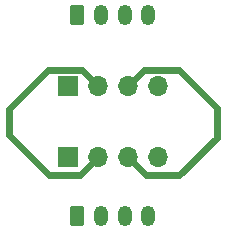
<source format=gbr>
%TF.GenerationSoftware,KiCad,Pcbnew,8.0.3*%
%TF.CreationDate,2024-06-30T10:21:18+01:00*%
%TF.ProjectId,JSTSH4pinBreakout,4a535453-4834-4706-996e-427265616b6f,rev?*%
%TF.SameCoordinates,Original*%
%TF.FileFunction,Copper,L2,Bot*%
%TF.FilePolarity,Positive*%
%FSLAX46Y46*%
G04 Gerber Fmt 4.6, Leading zero omitted, Abs format (unit mm)*
G04 Created by KiCad (PCBNEW 8.0.3) date 2024-06-30 10:21:18*
%MOMM*%
%LPD*%
G01*
G04 APERTURE LIST*
G04 Aperture macros list*
%AMRoundRect*
0 Rectangle with rounded corners*
0 $1 Rounding radius*
0 $2 $3 $4 $5 $6 $7 $8 $9 X,Y pos of 4 corners*
0 Add a 4 corners polygon primitive as box body*
4,1,4,$2,$3,$4,$5,$6,$7,$8,$9,$2,$3,0*
0 Add four circle primitives for the rounded corners*
1,1,$1+$1,$2,$3*
1,1,$1+$1,$4,$5*
1,1,$1+$1,$6,$7*
1,1,$1+$1,$8,$9*
0 Add four rect primitives between the rounded corners*
20,1,$1+$1,$2,$3,$4,$5,0*
20,1,$1+$1,$4,$5,$6,$7,0*
20,1,$1+$1,$6,$7,$8,$9,0*
20,1,$1+$1,$8,$9,$2,$3,0*%
G04 Aperture macros list end*
%TA.AperFunction,ComponentPad*%
%ADD10RoundRect,0.250000X-0.350000X-0.625000X0.350000X-0.625000X0.350000X0.625000X-0.350000X0.625000X0*%
%TD*%
%TA.AperFunction,ComponentPad*%
%ADD11O,1.200000X1.750000*%
%TD*%
%TA.AperFunction,ComponentPad*%
%ADD12R,1.700000X1.700000*%
%TD*%
%TA.AperFunction,ComponentPad*%
%ADD13O,1.700000X1.700000*%
%TD*%
%TA.AperFunction,Conductor*%
%ADD14C,0.600000*%
%TD*%
G04 APERTURE END LIST*
D10*
%TO.P,J4,1,Pin_1*%
%TO.N,Net-(J1-Pin_1)*%
X109000000Y-70000000D03*
D11*
%TO.P,J4,2,Pin_2*%
%TO.N,Net-(J1-Pin_2)*%
X111000000Y-70000000D03*
%TO.P,J4,3,Pin_3*%
%TO.N,Net-(J1-Pin_3)*%
X113000000Y-70000000D03*
%TO.P,J4,4,Pin_4*%
%TO.N,Net-(J1-Pin_4)*%
X115000000Y-70000000D03*
%TD*%
D12*
%TO.P,J3,1,Pin_1*%
%TO.N,Net-(J1-Pin_1)*%
X108190000Y-65000000D03*
D13*
%TO.P,J3,2,Pin_2*%
%TO.N,Net-(J1-Pin_2)*%
X110730000Y-65000000D03*
%TO.P,J3,3,Pin_3*%
%TO.N,Net-(J1-Pin_3)*%
X113270000Y-65000000D03*
%TO.P,J3,4,Pin_4*%
%TO.N,Net-(J1-Pin_4)*%
X115810000Y-65000000D03*
%TD*%
D12*
%TO.P,J2,1,Pin_1*%
%TO.N,Net-(J1-Pin_1)*%
X108190000Y-59000000D03*
D13*
%TO.P,J2,2,Pin_2*%
%TO.N,Net-(J1-Pin_2)*%
X110730000Y-59000000D03*
%TO.P,J2,3,Pin_3*%
%TO.N,Net-(J1-Pin_3)*%
X113270000Y-59000000D03*
%TO.P,J2,4,Pin_4*%
%TO.N,Net-(J1-Pin_4)*%
X115810000Y-59000000D03*
%TD*%
D11*
%TO.P,J1,4,Pin_4*%
%TO.N,Net-(J1-Pin_4)*%
X115000000Y-53000000D03*
%TO.P,J1,3,Pin_3*%
%TO.N,Net-(J1-Pin_3)*%
X113000000Y-53000000D03*
%TO.P,J1,2,Pin_2*%
%TO.N,Net-(J1-Pin_2)*%
X111000000Y-53000000D03*
D10*
%TO.P,J1,1,Pin_1*%
%TO.N,Net-(J1-Pin_1)*%
X109000000Y-53000000D03*
%TD*%
D14*
%TO.N,Net-(J1-Pin_3)*%
X120800000Y-63350000D02*
X117602000Y-66548000D01*
X117602000Y-66548000D02*
X114818000Y-66548000D01*
X120800000Y-60856000D02*
X120800000Y-63350000D01*
X117594000Y-57650000D02*
X120800000Y-60856000D01*
X114818000Y-66548000D02*
X113270000Y-65000000D01*
X114620000Y-57650000D02*
X117594000Y-57650000D01*
X113270000Y-59000000D02*
X114620000Y-57650000D01*
%TO.N,Net-(J1-Pin_2)*%
X103200000Y-63131371D02*
X106616629Y-66548000D01*
X106616629Y-66548000D02*
X109182000Y-66548000D01*
X109182000Y-66548000D02*
X110730000Y-65000000D01*
X103200000Y-60968629D02*
X103200000Y-63131371D01*
X106518629Y-57650000D02*
X103200000Y-60968629D01*
X109380000Y-57650000D02*
X106518629Y-57650000D01*
X110730000Y-59000000D02*
X109380000Y-57650000D01*
%TD*%
M02*

</source>
